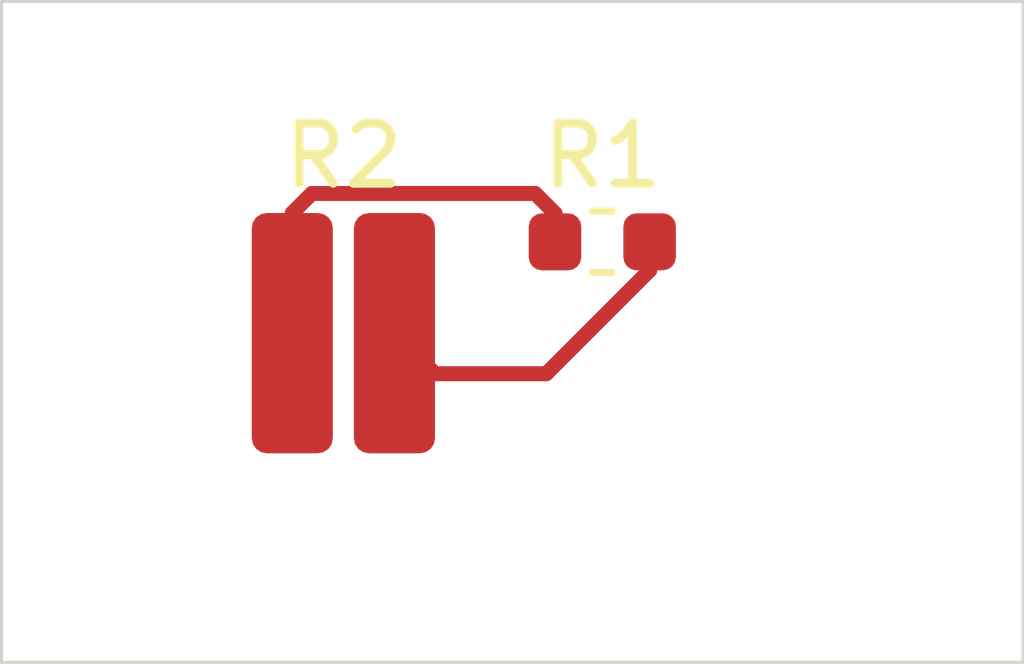
<source format=kicad_pcb>
(kicad_pcb (version 20171130) (host pcbnew 5.1.5-52549c5~84~ubuntu18.04.1)

  (general
    (thickness 1.6)
    (drawings 4)
    (tracks 9)
    (zones 0)
    (modules 2)
    (nets 3)
  )

  (page A4)
  (layers
    (0 F.Cu signal)
    (31 B.Cu signal)
    (32 B.Adhes user)
    (33 F.Adhes user)
    (34 B.Paste user)
    (35 F.Paste user)
    (36 B.SilkS user)
    (37 F.SilkS user)
    (38 B.Mask user)
    (39 F.Mask user)
    (40 Dwgs.User user)
    (41 Cmts.User user)
    (42 Eco1.User user)
    (43 Eco2.User user)
    (44 Edge.Cuts user)
    (45 Margin user)
    (46 B.CrtYd user)
    (47 F.CrtYd user)
    (48 B.Fab user)
    (49 F.Fab user)
  )

  (setup
    (last_trace_width 0.25)
    (trace_clearance 0.2)
    (zone_clearance 0.508)
    (zone_45_only no)
    (trace_min 0.2)
    (via_size 0.8)
    (via_drill 0.4)
    (via_min_size 0.4)
    (via_min_drill 0.3)
    (uvia_size 0.3)
    (uvia_drill 0.1)
    (uvias_allowed no)
    (uvia_min_size 0.2)
    (uvia_min_drill 0.1)
    (edge_width 0.05)
    (segment_width 0.2)
    (pcb_text_width 0.3)
    (pcb_text_size 1.5 1.5)
    (mod_edge_width 0.12)
    (mod_text_size 1 1)
    (mod_text_width 0.15)
    (pad_size 1.524 1.524)
    (pad_drill 0.762)
    (pad_to_mask_clearance 0.051)
    (solder_mask_min_width 0.25)
    (aux_axis_origin 0 0)
    (visible_elements FFFFFF7F)
    (pcbplotparams
      (layerselection 0x010fc_ffffffff)
      (usegerberextensions false)
      (usegerberattributes false)
      (usegerberadvancedattributes false)
      (creategerberjobfile false)
      (excludeedgelayer true)
      (linewidth 0.100000)
      (plotframeref false)
      (viasonmask false)
      (mode 1)
      (useauxorigin false)
      (hpglpennumber 1)
      (hpglpenspeed 20)
      (hpglpendiameter 15.000000)
      (psnegative false)
      (psa4output false)
      (plotreference true)
      (plotvalue true)
      (plotinvisibletext false)
      (padsonsilk false)
      (subtractmaskfromsilk false)
      (outputformat 1)
      (mirror false)
      (drillshape 1)
      (scaleselection 1)
      (outputdirectory ""))
  )

  (net 0 "")
  (net 1 "Net-(R1-Pad2)")
  (net 2 "Net-(R1-Pad1)")

  (net_class Default "This is the default net class."
    (clearance 0.2)
    (trace_width 0.25)
    (via_dia 0.8)
    (via_drill 0.4)
    (uvia_dia 0.3)
    (uvia_drill 0.1)
    (add_net "Net-(R1-Pad1)")
    (add_net "Net-(R1-Pad2)")
  )

  (module Resistor_SMD:R_0815_2038Metric (layer F.Cu) (tedit 5B301BBD) (tstamp 5E06E205)
    (at 25.69 40.52)
    (descr "Resistor SMD 0815 (2038 Metric), square (rectangular) end terminal, IPC_7351 nominal, (Body size source: http://www.yageo.com/documents/recent/PYu-PRPFPH_521_RoHS_L_0.pdf), generated with kicad-footprint-generator")
    (tags resistor)
    (path /5E06DDF2)
    (attr smd)
    (fp_text reference R2 (at 0 -2.95) (layer F.SilkS)
      (effects (font (size 1 1) (thickness 0.15)))
    )
    (fp_text value R (at 0 2.95) (layer F.Fab)
      (effects (font (size 1 1) (thickness 0.15)))
    )
    (fp_text user %R (at 0 0) (layer F.Fab)
      (effects (font (size 0.54 0.54) (thickness 0.08)))
    )
    (fp_line (start 1.78 2.25) (end -1.78 2.25) (layer F.CrtYd) (width 0.05))
    (fp_line (start 1.78 -2.25) (end 1.78 2.25) (layer F.CrtYd) (width 0.05))
    (fp_line (start -1.78 -2.25) (end 1.78 -2.25) (layer F.CrtYd) (width 0.05))
    (fp_line (start -1.78 2.25) (end -1.78 -2.25) (layer F.CrtYd) (width 0.05))
    (fp_line (start 1.075 1.875) (end -1.075 1.875) (layer F.Fab) (width 0.1))
    (fp_line (start 1.075 -1.875) (end 1.075 1.875) (layer F.Fab) (width 0.1))
    (fp_line (start -1.075 -1.875) (end 1.075 -1.875) (layer F.Fab) (width 0.1))
    (fp_line (start -1.075 1.875) (end -1.075 -1.875) (layer F.Fab) (width 0.1))
    (pad 2 smd roundrect (at 0.85 0) (size 1.35 4) (layers F.Cu F.Paste F.Mask) (roundrect_rratio 0.185185)
      (net 1 "Net-(R1-Pad2)"))
    (pad 1 smd roundrect (at -0.85 0) (size 1.35 4) (layers F.Cu F.Paste F.Mask) (roundrect_rratio 0.185185)
      (net 2 "Net-(R1-Pad1)"))
    (model ${KISYS3DMOD}/Resistor_SMD.3dshapes/R_0815_2038Metric.wrl
      (at (xyz 0 0 0))
      (scale (xyz 1 1 1))
      (rotate (xyz 0 0 0))
    )
  )

  (module Resistor_SMD:R_0603_1608Metric (layer F.Cu) (tedit 5B301BBD) (tstamp 5E06E1F6)
    (at 30 39)
    (descr "Resistor SMD 0603 (1608 Metric), square (rectangular) end terminal, IPC_7351 nominal, (Body size source: http://www.tortai-tech.com/upload/download/2011102023233369053.pdf), generated with kicad-footprint-generator")
    (tags resistor)
    (path /5E06DC89)
    (attr smd)
    (fp_text reference R1 (at 0 -1.43) (layer F.SilkS)
      (effects (font (size 1 1) (thickness 0.15)))
    )
    (fp_text value R (at 0 1.43) (layer F.Fab)
      (effects (font (size 1 1) (thickness 0.15)))
    )
    (fp_text user %R (at 0 0) (layer F.Fab)
      (effects (font (size 0.4 0.4) (thickness 0.06)))
    )
    (fp_line (start 1.48 0.73) (end -1.48 0.73) (layer F.CrtYd) (width 0.05))
    (fp_line (start 1.48 -0.73) (end 1.48 0.73) (layer F.CrtYd) (width 0.05))
    (fp_line (start -1.48 -0.73) (end 1.48 -0.73) (layer F.CrtYd) (width 0.05))
    (fp_line (start -1.48 0.73) (end -1.48 -0.73) (layer F.CrtYd) (width 0.05))
    (fp_line (start -0.162779 0.51) (end 0.162779 0.51) (layer F.SilkS) (width 0.12))
    (fp_line (start -0.162779 -0.51) (end 0.162779 -0.51) (layer F.SilkS) (width 0.12))
    (fp_line (start 0.8 0.4) (end -0.8 0.4) (layer F.Fab) (width 0.1))
    (fp_line (start 0.8 -0.4) (end 0.8 0.4) (layer F.Fab) (width 0.1))
    (fp_line (start -0.8 -0.4) (end 0.8 -0.4) (layer F.Fab) (width 0.1))
    (fp_line (start -0.8 0.4) (end -0.8 -0.4) (layer F.Fab) (width 0.1))
    (pad 2 smd roundrect (at 0.7875 0) (size 0.875 0.95) (layers F.Cu F.Paste F.Mask) (roundrect_rratio 0.25)
      (net 1 "Net-(R1-Pad2)"))
    (pad 1 smd roundrect (at -0.7875 0) (size 0.875 0.95) (layers F.Cu F.Paste F.Mask) (roundrect_rratio 0.25)
      (net 2 "Net-(R1-Pad1)"))
    (model ${KISYS3DMOD}/Resistor_SMD.3dshapes/R_0603_1608Metric.wrl
      (at (xyz 0 0 0))
      (scale (xyz 1 1 1))
      (rotate (xyz 0 0 0))
    )
  )

  (gr_line (start 37 35) (end 20 35) (layer Edge.Cuts) (width 0.05) (tstamp 5E06E271))
  (gr_line (start 37 46) (end 37 35) (layer Edge.Cuts) (width 0.05))
  (gr_line (start 20 46) (end 37 46) (layer Edge.Cuts) (width 0.05))
  (gr_line (start 20 35) (end 20 46) (layer Edge.Cuts) (width 0.05))

  (segment (start 30.7875 39.475) (end 30.7875 39) (width 0.25) (layer F.Cu) (net 1))
  (segment (start 29.0675 41.195) (end 30.7875 39.475) (width 0.25) (layer F.Cu) (net 1))
  (segment (start 27.215 41.195) (end 29.0675 41.195) (width 0.25) (layer F.Cu) (net 1))
  (segment (start 26.54 40.52) (end 27.215 41.195) (width 0.25) (layer F.Cu) (net 1))
  (segment (start 29.2125 38.525) (end 29.2125 39) (width 0.25) (layer F.Cu) (net 2))
  (segment (start 28.88249 38.19499) (end 29.2125 38.525) (width 0.25) (layer F.Cu) (net 2))
  (segment (start 24.84 38.52) (end 25.16501 38.19499) (width 0.25) (layer F.Cu) (net 2))
  (segment (start 25.16501 38.19499) (end 28.88249 38.19499) (width 0.25) (layer F.Cu) (net 2))
  (segment (start 24.84 40.52) (end 24.84 38.52) (width 0.25) (layer F.Cu) (net 2))

)

</source>
